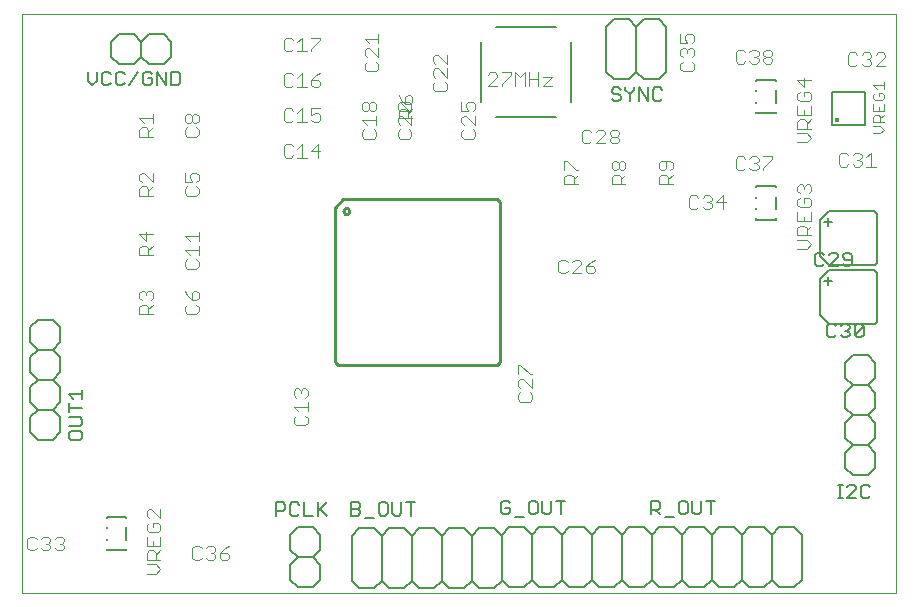
<source format=gto>
G75*
%MOIN*%
%OFA0B0*%
%FSLAX24Y24*%
%IPPOS*%
%LPD*%
%AMOC8*
5,1,8,0,0,1.08239X$1,22.5*
%
%ADD10C,0.0000*%
%ADD11C,0.0100*%
%ADD12C,0.0060*%
%ADD13C,0.0050*%
%ADD14C,0.0080*%
%ADD15C,0.0157*%
%ADD16C,0.0030*%
%ADD17C,0.0040*%
D10*
X000160Y000160D02*
X000160Y019451D01*
X029294Y019451D01*
X029294Y000160D01*
X000160Y000160D01*
D11*
X010585Y007853D02*
X010684Y007755D01*
X015999Y007755D01*
X016097Y007853D01*
X016097Y013168D01*
X015999Y013266D01*
X010881Y013266D01*
X010585Y012971D01*
X010585Y007853D01*
X010881Y012873D02*
X010883Y012892D01*
X010888Y012911D01*
X010898Y012927D01*
X010910Y012942D01*
X010925Y012954D01*
X010941Y012964D01*
X010960Y012969D01*
X010979Y012971D01*
X010998Y012969D01*
X011017Y012964D01*
X011033Y012954D01*
X011048Y012942D01*
X011060Y012927D01*
X011070Y012911D01*
X011075Y012892D01*
X011077Y012873D01*
X011075Y012854D01*
X011070Y012835D01*
X011060Y012819D01*
X011048Y012804D01*
X011033Y012792D01*
X011017Y012782D01*
X010998Y012777D01*
X010979Y012775D01*
X010960Y012777D01*
X010941Y012782D01*
X010925Y012792D01*
X010910Y012804D01*
X010898Y012819D01*
X010888Y012835D01*
X010883Y012854D01*
X010881Y012873D01*
D12*
X005136Y018020D02*
X004886Y017770D01*
X004386Y017770D01*
X004136Y018020D01*
X003886Y017770D01*
X003386Y017770D01*
X003136Y018020D01*
X003136Y018520D01*
X003386Y018770D01*
X003886Y018770D01*
X004136Y018520D01*
X004386Y018770D01*
X004886Y018770D01*
X005136Y018520D01*
X005136Y018020D01*
X004136Y018020D02*
X004136Y018520D01*
X001197Y009247D02*
X000697Y009247D01*
X000447Y008997D01*
X000447Y008497D01*
X000697Y008247D01*
X001197Y008247D01*
X001447Y008497D01*
X001447Y008997D01*
X001197Y009247D01*
X001197Y008247D02*
X001447Y007997D01*
X001447Y007497D01*
X001197Y007247D01*
X001447Y006997D01*
X001447Y006497D01*
X001197Y006247D01*
X001447Y005997D01*
X001447Y005497D01*
X001197Y005247D01*
X000697Y005247D01*
X000447Y005497D01*
X000447Y005997D01*
X000697Y006247D01*
X000447Y006497D01*
X000447Y006997D01*
X000697Y007247D01*
X001197Y007247D01*
X000697Y007247D02*
X000447Y007497D01*
X000447Y007997D01*
X000697Y008247D01*
X000697Y006247D02*
X001197Y006247D01*
X002991Y002688D02*
X002991Y002651D01*
X002991Y002688D02*
X003629Y002688D01*
X003629Y002651D01*
X003629Y002334D02*
X003629Y001923D01*
X003629Y001606D02*
X003629Y001569D01*
X002991Y001569D01*
X002991Y001606D01*
X002991Y001923D02*
X002991Y001960D01*
X002991Y002297D02*
X002991Y002334D01*
X009109Y002091D02*
X009109Y001591D01*
X009359Y001341D01*
X009859Y001341D01*
X010109Y001591D01*
X010109Y002091D01*
X009859Y002341D01*
X009359Y002341D01*
X009109Y002091D01*
X009359Y001341D02*
X009109Y001091D01*
X009109Y000591D01*
X009359Y000341D01*
X009859Y000341D01*
X010109Y000591D01*
X010109Y001091D01*
X009859Y001341D01*
X011164Y002052D02*
X011164Y000552D01*
X011414Y000302D01*
X011914Y000302D01*
X012164Y000552D01*
X012164Y002052D01*
X011914Y002302D01*
X011414Y002302D01*
X011164Y002052D01*
X012164Y002052D02*
X012414Y002302D01*
X012914Y002302D01*
X013164Y002052D01*
X013164Y000552D01*
X012914Y000302D01*
X012414Y000302D01*
X012164Y000552D01*
X013164Y000552D02*
X013414Y000302D01*
X013914Y000302D01*
X014164Y000552D01*
X014164Y002052D01*
X013914Y002302D01*
X013414Y002302D01*
X013164Y002052D01*
X014164Y002052D02*
X014414Y002302D01*
X014914Y002302D01*
X015164Y002052D01*
X015164Y000552D01*
X014914Y000302D01*
X014414Y000302D01*
X014164Y000552D01*
X015164Y000552D02*
X015414Y000302D01*
X015914Y000302D01*
X016164Y000552D01*
X016164Y002052D01*
X015914Y002302D01*
X015414Y002302D01*
X015164Y002052D01*
X016164Y002091D02*
X016164Y000591D01*
X016414Y000341D01*
X016914Y000341D01*
X017164Y000591D01*
X017164Y002091D01*
X016914Y002341D01*
X016414Y002341D01*
X016164Y002091D01*
X017164Y002091D02*
X017414Y002341D01*
X017914Y002341D01*
X018164Y002091D01*
X018164Y000591D01*
X017914Y000341D01*
X017414Y000341D01*
X017164Y000591D01*
X018164Y000591D02*
X018414Y000341D01*
X018914Y000341D01*
X019164Y000591D01*
X019164Y002091D01*
X018914Y002341D01*
X018414Y002341D01*
X018164Y002091D01*
X019164Y002091D02*
X019414Y002341D01*
X019914Y002341D01*
X020164Y002091D01*
X020164Y000591D01*
X019914Y000341D01*
X019414Y000341D01*
X019164Y000591D01*
X020164Y000591D02*
X020414Y000341D01*
X020914Y000341D01*
X021164Y000591D01*
X021164Y002091D01*
X020914Y002341D01*
X020414Y002341D01*
X020164Y002091D01*
X021164Y002091D02*
X021164Y000591D01*
X021414Y000341D01*
X021914Y000341D01*
X022164Y000591D01*
X022164Y002091D01*
X021914Y002341D01*
X021414Y002341D01*
X021164Y002091D01*
X022164Y002091D02*
X022414Y002341D01*
X022914Y002341D01*
X023164Y002091D01*
X023164Y000591D01*
X022914Y000341D01*
X022414Y000341D01*
X022164Y000591D01*
X023164Y000591D02*
X023414Y000341D01*
X023914Y000341D01*
X024164Y000591D01*
X024164Y002091D01*
X023914Y002341D01*
X023414Y002341D01*
X023164Y002091D01*
X024164Y002091D02*
X024414Y002341D01*
X024914Y002341D01*
X025164Y002091D01*
X025164Y000591D01*
X024914Y000341D01*
X024414Y000341D01*
X024164Y000591D01*
X025164Y000591D02*
X025414Y000341D01*
X025914Y000341D01*
X026164Y000591D01*
X026164Y002091D01*
X025914Y002341D01*
X025414Y002341D01*
X025164Y002091D01*
X027613Y004316D02*
X027863Y004066D01*
X028363Y004066D01*
X028613Y004316D01*
X028613Y004816D01*
X028363Y005066D01*
X027863Y005066D01*
X027613Y004816D01*
X027613Y004316D01*
X027863Y005066D02*
X027613Y005316D01*
X027613Y005816D01*
X027863Y006066D01*
X027613Y006316D01*
X027613Y006816D01*
X027863Y007066D01*
X027613Y007316D01*
X027613Y007816D01*
X027863Y008066D01*
X028363Y008066D01*
X028613Y007816D01*
X028613Y007316D01*
X028363Y007066D01*
X028613Y006816D01*
X028613Y006316D01*
X028363Y006066D01*
X027863Y006066D01*
X028363Y006066D02*
X028613Y005816D01*
X028613Y005316D01*
X028363Y005066D01*
X028363Y007066D02*
X027863Y007066D01*
X028519Y009103D02*
X027069Y009103D01*
X026769Y009403D01*
X026769Y010603D01*
X027069Y010903D01*
X028519Y010903D01*
X028542Y010901D01*
X028565Y010896D01*
X028587Y010887D01*
X028607Y010874D01*
X028625Y010859D01*
X028640Y010841D01*
X028653Y010821D01*
X028662Y010799D01*
X028667Y010776D01*
X028669Y010753D01*
X028669Y009253D01*
X028667Y009230D01*
X028662Y009207D01*
X028653Y009185D01*
X028640Y009165D01*
X028625Y009147D01*
X028607Y009132D01*
X028587Y009119D01*
X028565Y009110D01*
X028542Y009105D01*
X028519Y009103D01*
X027149Y010543D02*
X026889Y010543D01*
X027019Y010663D02*
X027019Y010413D01*
X027069Y011071D02*
X026769Y011371D01*
X026769Y012571D01*
X027069Y012871D01*
X028519Y012871D01*
X028542Y012869D01*
X028565Y012864D01*
X028587Y012855D01*
X028607Y012842D01*
X028625Y012827D01*
X028640Y012809D01*
X028653Y012789D01*
X028662Y012767D01*
X028667Y012744D01*
X028669Y012721D01*
X028669Y011221D01*
X028667Y011198D01*
X028662Y011175D01*
X028653Y011153D01*
X028640Y011133D01*
X028625Y011115D01*
X028607Y011100D01*
X028587Y011087D01*
X028565Y011078D01*
X028542Y011073D01*
X028519Y011071D01*
X027069Y011071D01*
X027019Y012381D02*
X027019Y012631D01*
X027149Y012511D02*
X026889Y012511D01*
X025282Y012592D02*
X025282Y012629D01*
X025282Y012592D02*
X024644Y012592D01*
X024644Y012629D01*
X024644Y012947D02*
X024644Y012984D01*
X024644Y013321D02*
X024644Y013358D01*
X024644Y013675D02*
X024644Y013712D01*
X025282Y013712D01*
X025282Y013675D01*
X025282Y013358D02*
X025282Y012947D01*
X025282Y016136D02*
X024644Y016136D01*
X024644Y016173D01*
X024644Y016490D02*
X024644Y016527D01*
X024644Y016864D02*
X024644Y016901D01*
X024644Y017218D02*
X024644Y017255D01*
X025282Y017255D01*
X025282Y017218D01*
X025282Y016901D02*
X025282Y016490D01*
X025282Y016173D02*
X025282Y016136D01*
X021632Y017520D02*
X021382Y017270D01*
X020882Y017270D01*
X020632Y017520D01*
X020632Y019020D01*
X020382Y019270D01*
X019882Y019270D01*
X019632Y019020D01*
X019632Y017520D01*
X019882Y017270D01*
X020382Y017270D01*
X020632Y017520D01*
X021632Y017520D02*
X021632Y019020D01*
X021382Y019270D01*
X020882Y019270D01*
X020632Y019020D01*
D13*
X018471Y018522D02*
X018471Y016522D01*
X017971Y016022D02*
X015971Y016022D01*
X015471Y016522D02*
X015471Y018522D01*
X015971Y019022D02*
X017971Y019022D01*
X019891Y016996D02*
X019816Y016921D01*
X019816Y016846D01*
X019891Y016770D01*
X020041Y016770D01*
X020116Y016695D01*
X020116Y016620D01*
X020041Y016545D01*
X019891Y016545D01*
X019816Y016620D01*
X019891Y016996D02*
X020041Y016996D01*
X020116Y016921D01*
X020276Y016921D02*
X020426Y016770D01*
X020426Y016545D01*
X020426Y016770D02*
X020577Y016921D01*
X020577Y016996D01*
X020737Y016996D02*
X021037Y016545D01*
X021037Y016996D01*
X021197Y016921D02*
X021197Y016620D01*
X021272Y016545D01*
X021422Y016545D01*
X021497Y016620D01*
X021497Y016921D02*
X021422Y016996D01*
X021272Y016996D01*
X021197Y016921D01*
X020737Y016996D02*
X020737Y016545D01*
X020276Y016921D02*
X020276Y016996D01*
X026600Y011403D02*
X026600Y011103D01*
X026675Y011028D01*
X026826Y011028D01*
X026901Y011103D01*
X027061Y011028D02*
X027361Y011328D01*
X027361Y011403D01*
X027286Y011478D01*
X027136Y011478D01*
X027061Y011403D01*
X026901Y011403D02*
X026826Y011478D01*
X026675Y011478D01*
X026600Y011403D01*
X027061Y011028D02*
X027361Y011028D01*
X027521Y011103D02*
X027596Y011028D01*
X027746Y011028D01*
X027821Y011103D01*
X027821Y011403D01*
X027746Y011478D01*
X027596Y011478D01*
X027521Y011403D01*
X027521Y011328D01*
X027596Y011253D01*
X027821Y011253D01*
X027680Y009116D02*
X027755Y009041D01*
X027755Y008966D01*
X027680Y008891D01*
X027755Y008815D01*
X027755Y008740D01*
X027680Y008665D01*
X027530Y008665D01*
X027454Y008740D01*
X027294Y008740D02*
X027219Y008665D01*
X027069Y008665D01*
X026994Y008740D01*
X026994Y009041D01*
X027069Y009116D01*
X027219Y009116D01*
X027294Y009041D01*
X027454Y009041D02*
X027530Y009116D01*
X027680Y009116D01*
X027680Y008891D02*
X027605Y008891D01*
X027915Y008740D02*
X027915Y009041D01*
X027990Y009116D01*
X028140Y009116D01*
X028215Y009041D01*
X027915Y008740D01*
X027990Y008665D01*
X028140Y008665D01*
X028215Y008740D01*
X028215Y009041D01*
X028208Y003746D02*
X028133Y003671D01*
X028133Y003371D01*
X028208Y003296D01*
X028358Y003296D01*
X028433Y003371D01*
X028433Y003671D02*
X028358Y003746D01*
X028208Y003746D01*
X027972Y003671D02*
X027972Y003596D01*
X027672Y003296D01*
X027972Y003296D01*
X027515Y003296D02*
X027365Y003296D01*
X027440Y003296D02*
X027440Y003746D01*
X027365Y003746D02*
X027515Y003746D01*
X027672Y003671D02*
X027747Y003746D01*
X027897Y003746D01*
X027972Y003671D01*
X023273Y003216D02*
X022973Y003216D01*
X023123Y003216D02*
X023123Y002766D01*
X022813Y002841D02*
X022813Y003216D01*
X022512Y003216D02*
X022512Y002841D01*
X022587Y002766D01*
X022737Y002766D01*
X022813Y002841D01*
X022352Y002841D02*
X022277Y002766D01*
X022127Y002766D01*
X022052Y002841D01*
X022052Y003141D01*
X022127Y003216D01*
X022277Y003216D01*
X022352Y003141D01*
X022352Y002841D01*
X021892Y002691D02*
X021591Y002691D01*
X021431Y002766D02*
X021281Y002916D01*
X021356Y002916D02*
X021131Y002916D01*
X021131Y002766D02*
X021131Y003216D01*
X021356Y003216D01*
X021431Y003141D01*
X021431Y002991D01*
X021356Y002916D01*
X018273Y003216D02*
X017973Y003216D01*
X018123Y003216D02*
X018123Y002766D01*
X017813Y002841D02*
X017813Y003216D01*
X017512Y003216D02*
X017512Y002841D01*
X017587Y002766D01*
X017737Y002766D01*
X017813Y002841D01*
X017352Y002841D02*
X017277Y002766D01*
X017127Y002766D01*
X017052Y002841D01*
X017052Y003141D01*
X017127Y003216D01*
X017277Y003216D01*
X017352Y003141D01*
X017352Y002841D01*
X016892Y002691D02*
X016591Y002691D01*
X016431Y002841D02*
X016431Y002991D01*
X016281Y002991D01*
X016131Y003141D02*
X016131Y002841D01*
X016206Y002766D01*
X016356Y002766D01*
X016431Y002841D01*
X016431Y003141D02*
X016356Y003216D01*
X016206Y003216D01*
X016131Y003141D01*
X013273Y003177D02*
X012973Y003177D01*
X013123Y003177D02*
X013123Y002726D01*
X012813Y002801D02*
X012813Y003177D01*
X012512Y003177D02*
X012512Y002801D01*
X012587Y002726D01*
X012737Y002726D01*
X012813Y002801D01*
X012352Y002801D02*
X012277Y002726D01*
X012127Y002726D01*
X012052Y002801D01*
X012052Y003102D01*
X012127Y003177D01*
X012277Y003177D01*
X012352Y003102D01*
X012352Y002801D01*
X011892Y002651D02*
X011591Y002651D01*
X011431Y002801D02*
X011356Y002726D01*
X011131Y002726D01*
X011131Y003177D01*
X011356Y003177D01*
X011431Y003102D01*
X011431Y003027D01*
X011356Y002952D01*
X011131Y002952D01*
X011356Y002952D02*
X011431Y002877D01*
X011431Y002801D01*
X010325Y002716D02*
X010099Y002941D01*
X010024Y002866D02*
X010325Y003166D01*
X010024Y003166D02*
X010024Y002716D01*
X009864Y002716D02*
X009564Y002716D01*
X009564Y003166D01*
X009404Y003091D02*
X009329Y003166D01*
X009179Y003166D01*
X009104Y003091D01*
X009104Y002791D01*
X009179Y002716D01*
X009329Y002716D01*
X009404Y002791D01*
X008943Y002941D02*
X008868Y002866D01*
X008643Y002866D01*
X008643Y002716D02*
X008643Y003166D01*
X008868Y003166D01*
X008943Y003091D01*
X008943Y002941D01*
X002171Y005317D02*
X002171Y005467D01*
X002096Y005542D01*
X001796Y005542D01*
X001721Y005467D01*
X001721Y005317D01*
X001796Y005242D01*
X002096Y005242D01*
X002171Y005317D01*
X002096Y005702D02*
X001721Y005702D01*
X001721Y006002D02*
X002096Y006002D01*
X002171Y005927D01*
X002171Y005777D01*
X002096Y005702D01*
X001721Y006162D02*
X001721Y006463D01*
X001721Y006313D02*
X002171Y006313D01*
X002171Y006623D02*
X002171Y006923D01*
X002171Y006773D02*
X001721Y006773D01*
X001871Y006623D01*
X002512Y017075D02*
X002663Y017225D01*
X002663Y017526D01*
X002823Y017451D02*
X002823Y017150D01*
X002898Y017075D01*
X003048Y017075D01*
X003123Y017150D01*
X003283Y017150D02*
X003358Y017075D01*
X003508Y017075D01*
X003583Y017150D01*
X003744Y017075D02*
X004044Y017526D01*
X004204Y017451D02*
X004204Y017150D01*
X004279Y017075D01*
X004429Y017075D01*
X004504Y017150D01*
X004504Y017300D01*
X004354Y017300D01*
X004204Y017451D02*
X004279Y017526D01*
X004429Y017526D01*
X004504Y017451D01*
X004664Y017526D02*
X004965Y017075D01*
X004965Y017526D01*
X005125Y017526D02*
X005350Y017526D01*
X005425Y017451D01*
X005425Y017150D01*
X005350Y017075D01*
X005125Y017075D01*
X005125Y017526D01*
X004664Y017526D02*
X004664Y017075D01*
X003583Y017451D02*
X003508Y017526D01*
X003358Y017526D01*
X003283Y017451D01*
X003283Y017150D01*
X003123Y017451D02*
X003048Y017526D01*
X002898Y017526D01*
X002823Y017451D01*
X002362Y017526D02*
X002362Y017225D01*
X002512Y017075D01*
D14*
X027168Y016853D02*
X027168Y015751D01*
X028270Y015751D01*
X028270Y016853D01*
X027168Y016853D01*
D15*
X027325Y015908D03*
D16*
X028535Y015839D02*
X028535Y016024D01*
X028596Y016086D01*
X028720Y016086D01*
X028781Y016024D01*
X028781Y015839D01*
X028781Y015717D02*
X028535Y015717D01*
X028535Y015839D02*
X028905Y015839D01*
X028781Y015717D02*
X028905Y015594D01*
X028781Y015470D01*
X028535Y015470D01*
X028781Y015962D02*
X028905Y016086D01*
X028905Y016207D02*
X028905Y016454D01*
X028843Y016575D02*
X028905Y016637D01*
X028905Y016760D01*
X028843Y016822D01*
X028720Y016822D01*
X028720Y016699D01*
X028596Y016822D02*
X028535Y016760D01*
X028535Y016637D01*
X028596Y016575D01*
X028843Y016575D01*
X028720Y016330D02*
X028720Y016207D01*
X028535Y016207D02*
X028905Y016207D01*
X028535Y016207D02*
X028535Y016454D01*
X028658Y016944D02*
X028535Y017067D01*
X028905Y017067D01*
X028905Y016944D02*
X028905Y017190D01*
D17*
X028932Y017706D02*
X028625Y017706D01*
X028932Y018013D01*
X028932Y018090D01*
X028855Y018166D01*
X028702Y018166D01*
X028625Y018090D01*
X028471Y018090D02*
X028471Y018013D01*
X028395Y017936D01*
X028471Y017859D01*
X028471Y017783D01*
X028395Y017706D01*
X028241Y017706D01*
X028164Y017783D01*
X028011Y017783D02*
X027934Y017706D01*
X027781Y017706D01*
X027704Y017783D01*
X027704Y018090D01*
X027781Y018166D01*
X027934Y018166D01*
X028011Y018090D01*
X028164Y018090D02*
X028241Y018166D01*
X028395Y018166D01*
X028471Y018090D01*
X028395Y017936D02*
X028318Y017936D01*
X026469Y017235D02*
X026008Y017235D01*
X026239Y017005D01*
X026239Y017312D01*
X026239Y016852D02*
X026239Y016698D01*
X026239Y016852D02*
X026392Y016852D01*
X026469Y016775D01*
X026469Y016621D01*
X026392Y016545D01*
X026085Y016545D01*
X026008Y016621D01*
X026008Y016775D01*
X026085Y016852D01*
X026008Y016391D02*
X026008Y016084D01*
X026469Y016084D01*
X026469Y016391D01*
X026239Y016238D02*
X026239Y016084D01*
X026239Y015931D02*
X026085Y015931D01*
X026008Y015854D01*
X026008Y015624D01*
X026469Y015624D01*
X026315Y015624D02*
X026315Y015854D01*
X026239Y015931D01*
X026315Y015777D02*
X026469Y015931D01*
X026315Y015470D02*
X026008Y015470D01*
X026315Y015470D02*
X026469Y015317D01*
X026315Y015164D01*
X026008Y015164D01*
X025180Y014701D02*
X025180Y014624D01*
X024873Y014317D01*
X024873Y014241D01*
X024719Y014317D02*
X024643Y014241D01*
X024489Y014241D01*
X024412Y014317D01*
X024259Y014317D02*
X024182Y014241D01*
X024029Y014241D01*
X023952Y014317D01*
X023952Y014624D01*
X024029Y014701D01*
X024182Y014701D01*
X024259Y014624D01*
X024412Y014624D02*
X024489Y014701D01*
X024643Y014701D01*
X024719Y014624D01*
X024719Y014548D01*
X024643Y014471D01*
X024719Y014394D01*
X024719Y014317D01*
X024643Y014471D02*
X024566Y014471D01*
X024873Y014701D02*
X025180Y014701D01*
X026085Y013769D02*
X026162Y013769D01*
X026239Y013692D01*
X026315Y013769D01*
X026392Y013769D01*
X026469Y013692D01*
X026469Y013538D01*
X026392Y013462D01*
X026392Y013308D02*
X026239Y013308D01*
X026239Y013155D01*
X026392Y013308D02*
X026469Y013232D01*
X026469Y013078D01*
X026392Y013001D01*
X026085Y013001D01*
X026008Y013078D01*
X026008Y013232D01*
X026085Y013308D01*
X026085Y013462D02*
X026008Y013538D01*
X026008Y013692D01*
X026085Y013769D01*
X026239Y013692D02*
X026239Y013615D01*
X026469Y012848D02*
X026469Y012541D01*
X026008Y012541D01*
X026008Y012848D01*
X026239Y012694D02*
X026239Y012541D01*
X026239Y012388D02*
X026085Y012388D01*
X026008Y012311D01*
X026008Y012081D01*
X026469Y012081D01*
X026315Y012081D02*
X026315Y012311D01*
X026239Y012388D01*
X026315Y012234D02*
X026469Y012388D01*
X026315Y011927D02*
X026008Y011927D01*
X026008Y011620D02*
X026315Y011620D01*
X026469Y011774D01*
X026315Y011927D01*
X023617Y013172D02*
X023310Y013172D01*
X023540Y013403D01*
X023540Y012942D01*
X023156Y013019D02*
X023080Y012942D01*
X022926Y012942D01*
X022849Y013019D01*
X022696Y013019D02*
X022619Y012942D01*
X022466Y012942D01*
X022389Y013019D01*
X022389Y013326D01*
X022466Y013403D01*
X022619Y013403D01*
X022696Y013326D01*
X022849Y013326D02*
X022926Y013403D01*
X023080Y013403D01*
X023156Y013326D01*
X023156Y013249D01*
X023080Y013172D01*
X023156Y013096D01*
X023156Y013019D01*
X023080Y013172D02*
X023003Y013172D01*
X021856Y013782D02*
X021396Y013782D01*
X021396Y014013D01*
X021473Y014089D01*
X021626Y014089D01*
X021703Y014013D01*
X021703Y013782D01*
X021703Y013936D02*
X021856Y014089D01*
X021779Y014243D02*
X021856Y014320D01*
X021856Y014473D01*
X021779Y014550D01*
X021473Y014550D01*
X021396Y014473D01*
X021396Y014320D01*
X021473Y014243D01*
X021549Y014243D01*
X021626Y014320D01*
X021626Y014550D01*
X020281Y014473D02*
X020281Y014320D01*
X020205Y014243D01*
X020128Y014243D01*
X020051Y014320D01*
X020051Y014473D01*
X020128Y014550D01*
X020205Y014550D01*
X020281Y014473D01*
X020051Y014473D02*
X019974Y014550D01*
X019898Y014550D01*
X019821Y014473D01*
X019821Y014320D01*
X019898Y014243D01*
X019974Y014243D01*
X020051Y014320D01*
X020051Y014089D02*
X019898Y014089D01*
X019821Y014013D01*
X019821Y013782D01*
X020281Y013782D01*
X020128Y013782D02*
X020128Y014013D01*
X020051Y014089D01*
X020128Y013936D02*
X020281Y014089D01*
X019985Y015128D02*
X019831Y015128D01*
X019755Y015205D01*
X019755Y015282D01*
X019831Y015358D01*
X019985Y015358D01*
X020062Y015282D01*
X020062Y015205D01*
X019985Y015128D01*
X019985Y015358D02*
X020062Y015435D01*
X020062Y015512D01*
X019985Y015588D01*
X019831Y015588D01*
X019755Y015512D01*
X019755Y015435D01*
X019831Y015358D01*
X019601Y015435D02*
X019601Y015512D01*
X019524Y015588D01*
X019371Y015588D01*
X019294Y015512D01*
X019141Y015512D02*
X019064Y015588D01*
X018911Y015588D01*
X018834Y015512D01*
X018834Y015205D01*
X018911Y015128D01*
X019064Y015128D01*
X019141Y015205D01*
X019294Y015128D02*
X019601Y015435D01*
X019601Y015128D02*
X019294Y015128D01*
X018630Y014243D02*
X018323Y014550D01*
X018246Y014550D01*
X018246Y014243D01*
X018323Y014089D02*
X018246Y014013D01*
X018246Y013782D01*
X018707Y013782D01*
X018553Y013782D02*
X018553Y014013D01*
X018476Y014089D01*
X018323Y014089D01*
X018553Y013936D02*
X018707Y014089D01*
X018707Y014243D02*
X018630Y014243D01*
X015271Y015367D02*
X015271Y015521D01*
X015194Y015598D01*
X015271Y015751D02*
X014964Y016058D01*
X014887Y016058D01*
X014810Y015981D01*
X014810Y015828D01*
X014887Y015751D01*
X014887Y015598D02*
X014810Y015521D01*
X014810Y015367D01*
X014887Y015291D01*
X015194Y015291D01*
X015271Y015367D01*
X015271Y015751D02*
X015271Y016058D01*
X015194Y016211D02*
X015271Y016288D01*
X015271Y016442D01*
X015194Y016518D01*
X015041Y016518D01*
X014964Y016442D01*
X014964Y016365D01*
X015041Y016211D01*
X014810Y016211D01*
X014810Y016518D01*
X014326Y016942D02*
X014326Y017096D01*
X014249Y017172D01*
X014326Y017326D02*
X014019Y017633D01*
X013942Y017633D01*
X013865Y017556D01*
X013865Y017403D01*
X013942Y017326D01*
X013942Y017172D02*
X013865Y017096D01*
X013865Y016942D01*
X013942Y016865D01*
X014249Y016865D01*
X014326Y016942D01*
X014326Y017326D02*
X014326Y017633D01*
X014326Y017786D02*
X014019Y018093D01*
X013942Y018093D01*
X013865Y018016D01*
X013865Y017863D01*
X013942Y017786D01*
X014326Y017786D02*
X014326Y018093D01*
X015689Y017426D02*
X015766Y017503D01*
X015919Y017503D01*
X015996Y017426D01*
X015996Y017349D01*
X015689Y017042D01*
X015996Y017042D01*
X016149Y017042D02*
X016149Y017119D01*
X016456Y017426D01*
X016456Y017503D01*
X016149Y017503D01*
X016610Y017503D02*
X016610Y017042D01*
X016917Y017042D02*
X016917Y017503D01*
X016763Y017349D01*
X016610Y017503D01*
X017070Y017503D02*
X017070Y017042D01*
X017070Y017272D02*
X017377Y017272D01*
X017531Y017349D02*
X017838Y017349D01*
X017531Y017042D01*
X017838Y017042D01*
X017377Y017042D02*
X017377Y017503D01*
X013176Y016662D02*
X013176Y016509D01*
X013099Y016432D01*
X012946Y016432D01*
X012946Y016662D01*
X013022Y016739D01*
X013099Y016739D01*
X013176Y016662D01*
X013068Y016518D02*
X012761Y016518D01*
X013068Y016211D01*
X013145Y016288D01*
X013145Y016442D01*
X013068Y016518D01*
X012946Y016432D02*
X012792Y016586D01*
X012715Y016739D01*
X012761Y016518D02*
X012684Y016442D01*
X012684Y016288D01*
X012761Y016211D01*
X013068Y016211D01*
X013022Y016202D02*
X013022Y015972D01*
X013145Y016058D02*
X013145Y015751D01*
X012838Y016058D01*
X012761Y016058D01*
X012684Y015981D01*
X012684Y015828D01*
X012761Y015751D01*
X012761Y015598D02*
X012684Y015521D01*
X012684Y015367D01*
X012761Y015291D01*
X013068Y015291D01*
X013145Y015367D01*
X013145Y015521D01*
X013068Y015598D01*
X013176Y015972D02*
X012715Y015972D01*
X012715Y016202D01*
X012792Y016279D01*
X012946Y016279D01*
X013022Y016202D01*
X013022Y016125D02*
X013176Y016279D01*
X011964Y016288D02*
X011887Y016211D01*
X011810Y016211D01*
X011733Y016288D01*
X011733Y016442D01*
X011810Y016518D01*
X011887Y016518D01*
X011964Y016442D01*
X011964Y016288D01*
X011964Y016058D02*
X011964Y015751D01*
X011964Y015904D02*
X011503Y015904D01*
X011657Y015751D01*
X011580Y015598D02*
X011503Y015521D01*
X011503Y015367D01*
X011580Y015291D01*
X011887Y015291D01*
X011964Y015367D01*
X011964Y015521D01*
X011887Y015598D01*
X011657Y016211D02*
X011580Y016211D01*
X011503Y016288D01*
X011503Y016442D01*
X011580Y016518D01*
X011657Y016518D01*
X011733Y016442D01*
X011733Y016288D02*
X011657Y016211D01*
X010113Y016295D02*
X009806Y016295D01*
X009806Y016065D01*
X009959Y016141D01*
X010036Y016141D01*
X010113Y016065D01*
X010113Y015911D01*
X010036Y015834D01*
X009883Y015834D01*
X009806Y015911D01*
X009652Y015834D02*
X009346Y015834D01*
X009499Y015834D02*
X009499Y016295D01*
X009346Y016141D01*
X009192Y016218D02*
X009115Y016295D01*
X008962Y016295D01*
X008885Y016218D01*
X008885Y015911D01*
X008962Y015834D01*
X009115Y015834D01*
X009192Y015911D01*
X009115Y015114D02*
X008962Y015114D01*
X008885Y015037D01*
X008885Y014730D01*
X008962Y014653D01*
X009115Y014653D01*
X009192Y014730D01*
X009346Y014653D02*
X009652Y014653D01*
X009499Y014653D02*
X009499Y015114D01*
X009346Y014960D01*
X009192Y015037D02*
X009115Y015114D01*
X009806Y014883D02*
X010113Y014883D01*
X010036Y014653D02*
X010036Y015114D01*
X009806Y014883D01*
X009883Y017015D02*
X010036Y017015D01*
X010113Y017092D01*
X010113Y017169D01*
X010036Y017246D01*
X009806Y017246D01*
X009806Y017092D01*
X009883Y017015D01*
X009652Y017015D02*
X009346Y017015D01*
X009499Y017015D02*
X009499Y017476D01*
X009346Y017322D01*
X009192Y017399D02*
X009115Y017476D01*
X008962Y017476D01*
X008885Y017399D01*
X008885Y017092D01*
X008962Y017015D01*
X009115Y017015D01*
X009192Y017092D01*
X009806Y017246D02*
X009959Y017399D01*
X010113Y017476D01*
X009806Y018197D02*
X009806Y018273D01*
X010113Y018580D01*
X010113Y018657D01*
X009806Y018657D01*
X009499Y018657D02*
X009499Y018197D01*
X009346Y018197D02*
X009652Y018197D01*
X009192Y018273D02*
X009115Y018197D01*
X008962Y018197D01*
X008885Y018273D01*
X008885Y018580D01*
X008962Y018657D01*
X009115Y018657D01*
X009192Y018580D01*
X009346Y018504D02*
X009499Y018657D01*
X011584Y018621D02*
X011738Y018467D01*
X011738Y018314D02*
X011661Y018314D01*
X011584Y018237D01*
X011584Y018084D01*
X011661Y018007D01*
X011661Y017854D02*
X011584Y017777D01*
X011584Y017623D01*
X011661Y017547D01*
X011968Y017547D01*
X012045Y017623D01*
X012045Y017777D01*
X011968Y017854D01*
X012045Y018007D02*
X011738Y018314D01*
X012045Y018314D02*
X012045Y018007D01*
X012045Y018467D02*
X012045Y018774D01*
X012045Y018621D02*
X011584Y018621D01*
X006058Y016048D02*
X006058Y015894D01*
X005981Y015818D01*
X005905Y015818D01*
X005828Y015894D01*
X005828Y016048D01*
X005905Y016125D01*
X005981Y016125D01*
X006058Y016048D01*
X005828Y016048D02*
X005751Y016125D01*
X005674Y016125D01*
X005598Y016048D01*
X005598Y015894D01*
X005674Y015818D01*
X005751Y015818D01*
X005828Y015894D01*
X005981Y015664D02*
X006058Y015587D01*
X006058Y015434D01*
X005981Y015357D01*
X005674Y015357D01*
X005598Y015434D01*
X005598Y015587D01*
X005674Y015664D01*
X004533Y015664D02*
X004380Y015511D01*
X004380Y015587D02*
X004380Y015357D01*
X004533Y015357D02*
X004073Y015357D01*
X004073Y015587D01*
X004150Y015664D01*
X004303Y015664D01*
X004380Y015587D01*
X004533Y015818D02*
X004533Y016125D01*
X004533Y015971D02*
X004073Y015971D01*
X004226Y015818D01*
X004226Y014156D02*
X004150Y014156D01*
X004073Y014079D01*
X004073Y013926D01*
X004150Y013849D01*
X004150Y013696D02*
X004073Y013619D01*
X004073Y013389D01*
X004533Y013389D01*
X004380Y013389D02*
X004380Y013619D01*
X004303Y013696D01*
X004150Y013696D01*
X004380Y013542D02*
X004533Y013696D01*
X004533Y013849D02*
X004226Y014156D01*
X004533Y014156D02*
X004533Y013849D01*
X005598Y013849D02*
X005828Y013849D01*
X005751Y014003D01*
X005751Y014079D01*
X005828Y014156D01*
X005981Y014156D01*
X006058Y014079D01*
X006058Y013926D01*
X005981Y013849D01*
X005981Y013696D02*
X006058Y013619D01*
X006058Y013466D01*
X005981Y013389D01*
X005674Y013389D01*
X005598Y013466D01*
X005598Y013619D01*
X005674Y013696D01*
X005598Y013849D02*
X005598Y014156D01*
X006058Y012188D02*
X006058Y011881D01*
X006058Y012034D02*
X005598Y012034D01*
X005751Y011881D01*
X006058Y011727D02*
X006058Y011420D01*
X006058Y011574D02*
X005598Y011574D01*
X005751Y011420D01*
X005674Y011267D02*
X005598Y011190D01*
X005598Y011037D01*
X005674Y010960D01*
X005981Y010960D01*
X006058Y011037D01*
X006058Y011190D01*
X005981Y011267D01*
X005981Y010219D02*
X005905Y010219D01*
X005828Y010142D01*
X005828Y009912D01*
X005981Y009912D01*
X006058Y009989D01*
X006058Y010142D01*
X005981Y010219D01*
X005674Y010066D02*
X005828Y009912D01*
X005981Y009759D02*
X006058Y009682D01*
X006058Y009529D01*
X005981Y009452D01*
X005674Y009452D01*
X005598Y009529D01*
X005598Y009682D01*
X005674Y009759D01*
X005674Y010066D02*
X005598Y010219D01*
X004533Y010142D02*
X004533Y009989D01*
X004457Y009912D01*
X004533Y009759D02*
X004380Y009605D01*
X004380Y009682D02*
X004380Y009452D01*
X004533Y009452D02*
X004073Y009452D01*
X004073Y009682D01*
X004150Y009759D01*
X004303Y009759D01*
X004380Y009682D01*
X004150Y009912D02*
X004073Y009989D01*
X004073Y010142D01*
X004150Y010219D01*
X004226Y010219D01*
X004303Y010142D01*
X004380Y010219D01*
X004457Y010219D01*
X004533Y010142D01*
X004303Y010142D02*
X004303Y010066D01*
X004380Y011420D02*
X004380Y011650D01*
X004303Y011727D01*
X004150Y011727D01*
X004073Y011650D01*
X004073Y011420D01*
X004533Y011420D01*
X004380Y011574D02*
X004533Y011727D01*
X004303Y011881D02*
X004303Y012188D01*
X004073Y012111D02*
X004303Y011881D01*
X004533Y012111D02*
X004073Y012111D01*
X009222Y006887D02*
X009299Y006963D01*
X009376Y006963D01*
X009452Y006887D01*
X009529Y006963D01*
X009606Y006963D01*
X009683Y006887D01*
X009683Y006733D01*
X009606Y006656D01*
X009683Y006503D02*
X009683Y006196D01*
X009683Y006349D02*
X009222Y006349D01*
X009376Y006196D01*
X009299Y006042D02*
X009222Y005966D01*
X009222Y005812D01*
X009299Y005736D01*
X009606Y005736D01*
X009683Y005812D01*
X009683Y005966D01*
X009606Y006042D01*
X009299Y006656D02*
X009222Y006733D01*
X009222Y006887D01*
X009452Y006887D02*
X009452Y006810D01*
X004776Y002942D02*
X004776Y002635D01*
X004469Y002942D01*
X004392Y002942D01*
X004315Y002865D01*
X004315Y002712D01*
X004392Y002635D01*
X004392Y002482D02*
X004315Y002405D01*
X004315Y002251D01*
X004392Y002175D01*
X004699Y002175D01*
X004776Y002251D01*
X004776Y002405D01*
X004699Y002482D01*
X004546Y002482D01*
X004546Y002328D01*
X004776Y002021D02*
X004776Y001714D01*
X004315Y001714D01*
X004315Y002021D01*
X004546Y001868D02*
X004546Y001714D01*
X004546Y001561D02*
X004392Y001561D01*
X004315Y001484D01*
X004315Y001254D01*
X004776Y001254D01*
X004622Y001254D02*
X004622Y001484D01*
X004546Y001561D01*
X004622Y001407D02*
X004776Y001561D01*
X004622Y001100D02*
X004315Y001100D01*
X004622Y001100D02*
X004776Y000947D01*
X004622Y000793D01*
X004315Y000793D01*
X005842Y001325D02*
X005842Y001632D01*
X005919Y001709D01*
X006072Y001709D01*
X006149Y001632D01*
X006302Y001632D02*
X006379Y001709D01*
X006532Y001709D01*
X006609Y001632D01*
X006609Y001555D01*
X006532Y001479D01*
X006609Y001402D01*
X006609Y001325D01*
X006532Y001249D01*
X006379Y001249D01*
X006302Y001325D01*
X006149Y001325D02*
X006072Y001249D01*
X005919Y001249D01*
X005842Y001325D01*
X006456Y001479D02*
X006532Y001479D01*
X006763Y001479D02*
X006993Y001479D01*
X007069Y001402D01*
X007069Y001325D01*
X006993Y001249D01*
X006839Y001249D01*
X006763Y001325D01*
X006763Y001479D01*
X006916Y001632D01*
X007069Y001709D01*
X001570Y001718D02*
X001570Y001641D01*
X001493Y001564D01*
X001339Y001564D01*
X001263Y001641D01*
X001109Y001641D02*
X001032Y001564D01*
X000879Y001564D01*
X000802Y001641D01*
X000649Y001641D02*
X000572Y001564D01*
X000419Y001564D01*
X000342Y001641D01*
X000342Y001948D01*
X000419Y002025D01*
X000572Y002025D01*
X000649Y001948D01*
X000802Y001948D02*
X000879Y002025D01*
X001032Y002025D01*
X001109Y001948D01*
X001109Y001871D01*
X001032Y001794D01*
X001109Y001718D01*
X001109Y001641D01*
X001032Y001794D02*
X000956Y001794D01*
X001263Y001948D02*
X001339Y002025D01*
X001493Y002025D01*
X001570Y001948D01*
X001570Y001871D01*
X001493Y001794D01*
X001570Y001718D01*
X001493Y001794D02*
X001416Y001794D01*
X016702Y006600D02*
X016779Y006523D01*
X017086Y006523D01*
X017163Y006600D01*
X017163Y006753D01*
X017086Y006830D01*
X017163Y006983D02*
X016856Y007290D01*
X016779Y007290D01*
X016702Y007214D01*
X016702Y007060D01*
X016779Y006983D01*
X016779Y006830D02*
X016702Y006753D01*
X016702Y006600D01*
X017163Y006983D02*
X017163Y007290D01*
X017163Y007444D02*
X017086Y007444D01*
X016779Y007751D01*
X016702Y007751D01*
X016702Y007444D01*
X018123Y010797D02*
X018277Y010797D01*
X018353Y010874D01*
X018507Y010797D02*
X018814Y011104D01*
X018814Y011181D01*
X018737Y011258D01*
X018584Y011258D01*
X018507Y011181D01*
X018353Y011181D02*
X018277Y011258D01*
X018123Y011258D01*
X018046Y011181D01*
X018046Y010874D01*
X018123Y010797D01*
X018507Y010797D02*
X018814Y010797D01*
X018967Y010874D02*
X019044Y010797D01*
X019197Y010797D01*
X019274Y010874D01*
X019274Y010951D01*
X019197Y011028D01*
X018967Y011028D01*
X018967Y010874D01*
X018967Y011028D02*
X019121Y011181D01*
X019274Y011258D01*
X027389Y014436D02*
X027466Y014360D01*
X027619Y014360D01*
X027696Y014436D01*
X027849Y014436D02*
X027926Y014360D01*
X028080Y014360D01*
X028156Y014436D01*
X028156Y014513D01*
X028080Y014590D01*
X028003Y014590D01*
X028080Y014590D02*
X028156Y014666D01*
X028156Y014743D01*
X028080Y014820D01*
X027926Y014820D01*
X027849Y014743D01*
X027696Y014743D02*
X027619Y014820D01*
X027466Y014820D01*
X027389Y014743D01*
X027389Y014436D01*
X028310Y014360D02*
X028617Y014360D01*
X028463Y014360D02*
X028463Y014820D01*
X028310Y014666D01*
X025180Y017861D02*
X025103Y017784D01*
X024950Y017784D01*
X024873Y017861D01*
X024873Y017937D01*
X024950Y018014D01*
X025103Y018014D01*
X025180Y017937D01*
X025180Y017861D01*
X025103Y018014D02*
X025180Y018091D01*
X025180Y018168D01*
X025103Y018244D01*
X024950Y018244D01*
X024873Y018168D01*
X024873Y018091D01*
X024950Y018014D01*
X024719Y017937D02*
X024719Y017861D01*
X024643Y017784D01*
X024489Y017784D01*
X024412Y017861D01*
X024259Y017861D02*
X024182Y017784D01*
X024029Y017784D01*
X023952Y017861D01*
X023952Y018168D01*
X024029Y018244D01*
X024182Y018244D01*
X024259Y018168D01*
X024412Y018168D02*
X024489Y018244D01*
X024643Y018244D01*
X024719Y018168D01*
X024719Y018091D01*
X024643Y018014D01*
X024719Y017937D01*
X024643Y018014D02*
X024566Y018014D01*
X022575Y018084D02*
X022498Y018007D01*
X022575Y018084D02*
X022575Y018237D01*
X022498Y018314D01*
X022421Y018314D01*
X022344Y018237D01*
X022344Y018160D01*
X022344Y018237D02*
X022268Y018314D01*
X022191Y018314D01*
X022114Y018237D01*
X022114Y018084D01*
X022191Y018007D01*
X022191Y017854D02*
X022114Y017777D01*
X022114Y017623D01*
X022191Y017547D01*
X022498Y017547D01*
X022575Y017623D01*
X022575Y017777D01*
X022498Y017854D01*
X022498Y018467D02*
X022575Y018544D01*
X022575Y018698D01*
X022498Y018774D01*
X022344Y018774D01*
X022268Y018698D01*
X022268Y018621D01*
X022344Y018467D01*
X022114Y018467D01*
X022114Y018774D01*
M02*

</source>
